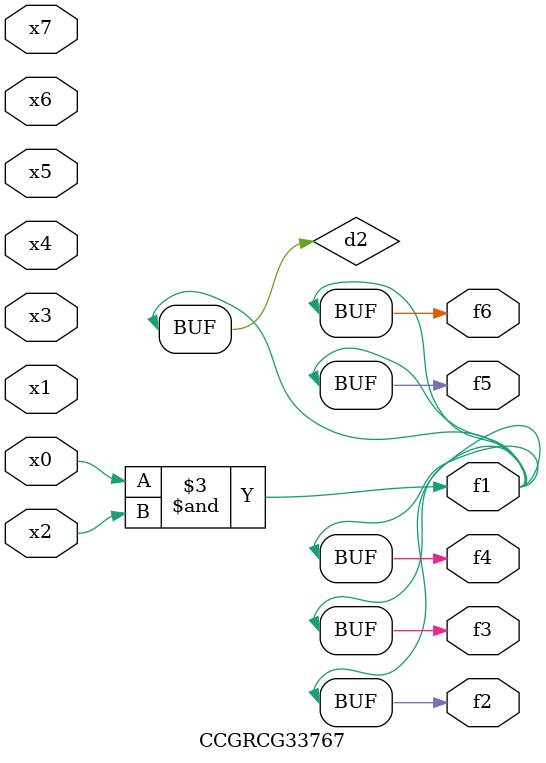
<source format=v>
module CCGRCG33767(
	input x0, x1, x2, x3, x4, x5, x6, x7,
	output f1, f2, f3, f4, f5, f6
);

	wire d1, d2;

	nor (d1, x3, x6);
	and (d2, x0, x2);
	assign f1 = d2;
	assign f2 = d2;
	assign f3 = d2;
	assign f4 = d2;
	assign f5 = d2;
	assign f6 = d2;
endmodule

</source>
